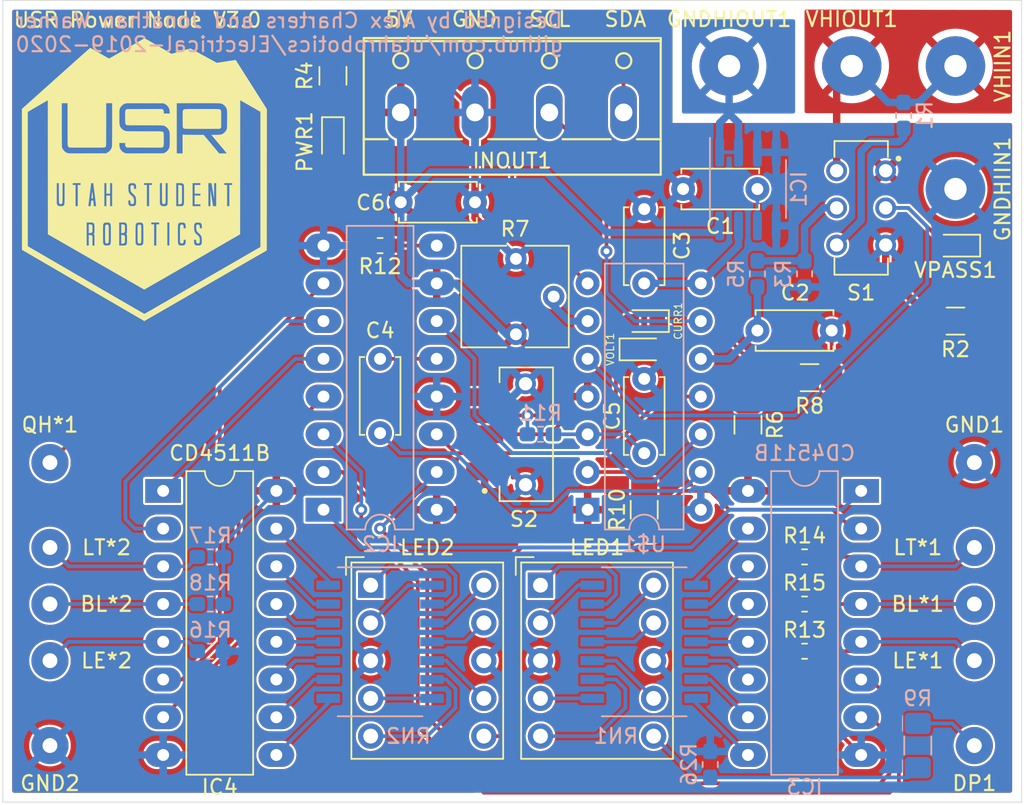
<source format=kicad_pcb>
(kicad_pcb (version 20200119) (host pcbnew "5.99.0-unknown-e9cd9ee~100~ubuntu18.04.1")
  (layers (0 "Top" signal) (31 "Bottom" signal) (34 "B.Paste" user) (35 "F.Paste" user) (36 "B.SilkS" user) (37 "F.SilkS" user) (38 "B.Mask" user) (39 "F.Mask" user) (44 "Edge.Cuts" user))
  (net 0 "")
  (net 1 "/SCL")
  (net 2 "/SDA")
  (net 3 "Net-(C1-Pad1)")
  (net 4 "Net-(R2-Pad2)")
  (net 5 "Net-(DP1-Pad1)")
  (net 6 "Vdd")
  (net 7 "/IMEAS")
  (net 8 "/VMEAS")
  (net 9 "/VPOT")
  (net 10 "/SWITCH")
  (net 11 "/VHI")
  (net 12 "Vss")
  (net 13 "/a1")
  (net 14 "/b1")
  (net 15 "/c1")
  (net 16 "/DP1")
  (net 17 "/d1")
  (net 18 "/e1")
  (net 19 "/f1")
  (net 20 "/g1")
  (net 21 "/a2")
  (net 22 "/b2")
  (net 23 "/c2")
  (net 24 "/DP2")
  (net 25 "/d2")
  (net 26 "/e2")
  (net 27 "/f2")
  (net 28 "/g2")
  (net 29 "/nBL1")
  (net 30 "/nBL2")
  (net 31 "/nLE1")
  (net 32 "/nLT1")
  (net 33 "/nQH")
  (net 34 "/nLE2")
  (net 35 "/nLT2")
  (net 36 "/VMEAS_1")
  (net 37 "Net-(C4-Pad2)")
  (net 38 "Net-(C4-Pad1)")
  (net 39 "Net-(C5-Pad1)")
  (net 40 "Net-(IC2-Pad15)")
  (net 41 "Net-(IC2-Pad7)")
  (net 42 "Net-(IC2-Pad14)")
  (net 43 "Net-(IC2-Pad6)")
  (net 44 "Net-(IC2-Pad5)")
  (net 45 "Net-(IC2-Pad4)")
  (net 46 "Net-(IC2-Pad11)")
  (net 47 "Net-(IC2-Pad3)")
  (net 48 "Net-(IC2-Pad2)")
  (net 49 "Net-(IC2-Pad1)")
  (net 50 "Net-(IC3-Pad15)")
  (net 51 "Net-(IC3-Pad14)")
  (net 52 "Net-(IC3-Pad13)")
  (net 53 "Net-(IC3-Pad12)")
  (net 54 "Net-(IC3-Pad11)")
  (net 55 "Net-(IC3-Pad10)")
  (net 56 "Net-(IC3-Pad9)")
  (net 57 "Net-(IC4-Pad15)")
  (net 58 "Net-(IC4-Pad14)")
  (net 59 "Net-(IC4-Pad13)")
  (net 60 "Net-(IC4-Pad12)")
  (net 61 "Net-(IC4-Pad11)")
  (net 62 "Net-(IC4-Pad10)")
  (net 63 "Net-(IC4-Pad9)")
  (net 64 "Net-(R1-Pad1)")
  (net 65 "Net-(R10-Pad2)")
  (net 66 "Net-(PWR1-Pad1)")
  (net 67 "Net-(R6-Pad1)")
  (net 68 "/GNDHIOUT")
  (net 69 "/VPASS")
  (net 70 "Net-(CURR1-Pad1)")
  (module "PowerNode2:JS202011CQN" (layer "Top") (at 176.53 97.155 -90)
    (fp_text reference "S1" (at 5.715 0) (layer "F.SilkS"))
    (fp_text value "JS202011CQN" hide)
    (pad "1" thru_hole circle (at -2.5 -1.65 90) (size 1.4 1.4) (drill 0.9) (layers *.Cu *.Mask) (net 6 "Vdd"))
    (pad "2" thru_hole circle (at 0 -1.65 90) (size 1.4 1.4) (drill 0.9) (layers *.Cu *.Mask) (net 69 "/VPASS"))
    (pad "3" thru_hole circle (at 2.5 -1.65 90) (size 1.4 1.4) (drill 0.9) (layers *.Cu *.Mask) (net 12 "Vss"))
    (pad "4" thru_hole circle (at -2.5 1.65 90) (size 1.4 1.4) (drill 0.9) (layers *.Cu *.Mask) (net 11 "/VHI"))
    (pad "5" thru_hole circle (at 0 1.65 90) (size 1.4 1.4) (drill 0.9) (layers *.Cu *.Mask) (net 8 "/VMEAS"))
    (pad "6" thru_hole circle (at 2.5 1.65 90) (size 1.4 1.4) (drill 0.9) (layers *.Cu *.Mask) (net 64 "Net-(R1-Pad1)"))
  )
  (module "PowerNode2:JS102011SAQN" (layer "Top") (at 152.185 112.395 90)
    (fp_text reference "S2" (at -5.715 1.647) (layer "F.SilkS"))
    (fp_text value "JS102011SAQN" hide)
    (pad "5" thru_hole circle (at 3.4 1.75 90) (size 1.4 1.4) (drill 0.9) (layers *.Cu *.Mask) (net 12 "Vss"))
    (pad "4" thru_hole circle (at -3.4 1.75 90) (size 1.4 1.4) (drill 0.9) (layers *.Cu *.Mask) (net 12 "Vss"))
    (pad "3" smd rect (at 2.5 -1 90) (size 1.2 2.5) (layers "Top" "F.Paste" "F.Mask") (net 12 "Vss"))
    (pad "2" smd rect (at 0 -1 90) (size 1.2 2.5) (layers "Top" "F.Paste" "F.Mask") (net 10 "/SWITCH"))
    (pad "1" smd rect (at -2.5 -1 90) (size 1.2 2.5) (layers "Top" "F.Paste" "F.Mask") (net 6 "Vdd"))
  )
  (module "Package_DIP:DIP-14_W7.62mm" (layer "Bottom") (at 158.115 117.475)
    (fp_text reference "U$1" (at 3.81 2.33) (layer "B.SilkS") (effects (justify mirror)))
    (fp_text value "ATtiny84-20PU")
    (pad "1" thru_hole rect (at 0 0) (size 1.6 1.6) (drill 0.8) (layers *.Cu *.Mask) (net 6 "Vdd"))
    (pad "8" thru_hole oval (at 7.62 -15.24) (size 1.6 1.6) (drill 0.8) (layers *.Cu *.Mask) (net 7 "/IMEAS"))
    (pad "2" thru_hole oval (at 0 -2.54) (size 1.6 1.6) (drill 0.8) (layers *.Cu *.Mask) (net 65 "Net-(R10-Pad2)"))
    (pad "9" thru_hole oval (at 7.62 -12.7) (size 1.6 1.6) (drill 0.8) (layers *.Cu *.Mask) (net 1 "/SCL"))
    (pad "3" thru_hole oval (at 0 -5.08) (size 1.6 1.6) (drill 0.8) (layers *.Cu *.Mask) (net 39 "Net-(C5-Pad1)"))
    (pad "10" thru_hole oval (at 7.62 -10.16) (size 1.6 1.6) (drill 0.8) (layers *.Cu *.Mask) (net 36 "/VMEAS_1"))
    (pad "4" thru_hole oval (at 0 -7.62) (size 1.6 1.6) (drill 0.8) (layers *.Cu *.Mask) (net 6 "Vdd"))
    (pad "11" thru_hole oval (at 7.62 -7.62) (size 1.6 1.6) (drill 0.8) (layers *.Cu *.Mask) (net 42 "Net-(IC2-Pad14)"))
    (pad "5" thru_hole oval (at 0 -10.16) (size 1.6 1.6) (drill 0.8) (layers *.Cu *.Mask) (net 69 "/VPASS"))
    (pad "12" thru_hole oval (at 7.62 -5.08) (size 1.6 1.6) (drill 0.8) (layers *.Cu *.Mask) (net 46 "Net-(IC2-Pad11)"))
    (pad "6" thru_hole oval (at 0 -12.7) (size 1.6 1.6) (drill 0.8) (layers *.Cu *.Mask) (net 9 "/VPOT"))
    (pad "13" thru_hole oval (at 7.62 -2.54) (size 1.6 1.6) (drill 0.8) (layers *.Cu *.Mask) (net 37 "Net-(C4-Pad2)"))
    (pad "7" thru_hole oval (at 0 -15.24) (size 1.6 1.6) (drill 0.8) (layers *.Cu *.Mask) (net 2 "/SDA"))
    (pad "14" thru_hole oval (at 7.62 0) (size 1.6 1.6) (drill 0.8) (layers *.Cu *.Mask) (net 12 "Vss"))
  )
  (module "LED_SMD:LED_0603_1608Metric_Pad1.05x0.95mm_HandSolder" (layer "Top") (at 161.925 106.68)
    (fp_text reference "VOLT1" (at -2.286 0 90) (layer "F.SilkS") (effects (font (size 0.5 0.5) (thickness 0.075))))
    (fp_text value "LED")
    (pad "2" smd roundrect (at 0.875 0) (size 1.05 0.95) (layers "Top" "F.Paste" "F.Mask") (net 67 "Net-(R6-Pad1)"))
    (pad "1" smd roundrect (at -0.875 0) (size 1.05 0.95) (layers "Top" "F.Paste" "F.Mask") (net 10 "/SWITCH"))
  )
  (module "LED_SMD:LED_0603_1608Metric_Pad1.05x0.95mm_HandSolder" (layer "Top") (at 161.925 104.775 180)
    (fp_text reference "CURR1" (at -2.286 0 90) (layer "F.SilkS") (effects (font (size 0.5 0.5) (thickness 0.075))))
    (fp_text value "LED")
    (pad "2" smd roundrect (at 0.875 0 180) (size 1.05 0.95) (layers "Top" "F.Paste" "F.Mask") (net 10 "/SWITCH"))
    (pad "1" smd roundrect (at -0.875 0 180) (size 1.05 0.95) (layers "Top" "F.Paste" "F.Mask") (net 70 "Net-(CURR1-Pad1)"))
  )
  (module "PowerNode2:SOIC127P762X240-14N" (layer "Bottom") (at 161.925 126.365)
    (fp_text reference "RN1" (at -1.905 6.35) (layer "B.SilkS") (effects (justify mirror)))
    (fp_text value "220")
    (pad "14" smd rect (at 3.495 3.81) (size 1.59 0.61) (layers "Bottom" "B.Paste" "B.Mask") (net 56 "Net-(IC3-Pad9)"))
    (pad "13" smd rect (at 3.495 2.54) (size 1.59 0.61) (layers "Bottom" "B.Paste" "B.Mask") (net 55 "Net-(IC3-Pad10)"))
    (pad "12" smd rect (at 3.495 1.27) (size 1.59 0.61) (layers "Bottom" "B.Paste" "B.Mask") (net 54 "Net-(IC3-Pad11)"))
    (pad "11" smd rect (at 3.495 0) (size 1.59 0.61) (layers "Bottom" "B.Paste" "B.Mask") (net 53 "Net-(IC3-Pad12)"))
    (pad "10" smd rect (at 3.495 -1.27) (size 1.59 0.61) (layers "Bottom" "B.Paste" "B.Mask") (net 52 "Net-(IC3-Pad13)"))
    (pad "9" smd rect (at 3.495 -2.54) (size 1.59 0.61) (layers "Bottom" "B.Paste" "B.Mask") (net 51 "Net-(IC3-Pad14)"))
    (pad "8" smd rect (at 3.495 -3.81) (size 1.59 0.61) (layers "Bottom" "B.Paste" "B.Mask") (net 50 "Net-(IC3-Pad15)"))
    (pad "7" smd rect (at -3.495 -3.81) (size 1.59 0.61) (layers "Bottom" "B.Paste" "B.Mask") (net 19 "/f1"))
    (pad "6" smd rect (at -3.495 -2.54) (size 1.59 0.61) (layers "Bottom" "B.Paste" "B.Mask") (net 20 "/g1"))
    (pad "5" smd rect (at -3.495 -1.27) (size 1.59 0.61) (layers "Bottom" "B.Paste" "B.Mask") (net 13 "/a1"))
    (pad "4" smd rect (at -3.495 0) (size 1.59 0.61) (layers "Bottom" "B.Paste" "B.Mask") (net 14 "/b1"))
    (pad "3" smd rect (at -3.495 1.27) (size 1.59 0.61) (layers "Bottom" "B.Paste" "B.Mask") (net 15 "/c1"))
    (pad "2" smd rect (at -3.495 2.54) (size 1.59 0.61) (layers "Bottom" "B.Paste" "B.Mask") (net 17 "/d1"))
    (pad "1" smd rect (at -3.495 3.81) (size 1.59 0.61) (layers "Bottom" "B.Paste" "B.Mask") (net 18 "/e1"))
  )
  (module "PowerNode2:SOIC127P762X240-14N" (layer "Bottom") (at 144.145 126.365)
    (fp_text reference "RN2" (at 1.905 6.35) (layer "B.SilkS") (effects (justify mirror)))
    (fp_text value "220")
    (pad "14" smd rect (at 3.495 3.81) (size 1.59 0.61) (layers "Bottom" "B.Paste" "B.Mask") (net 26 "/e2"))
    (pad "13" smd rect (at 3.495 2.54) (size 1.59 0.61) (layers "Bottom" "B.Paste" "B.Mask") (net 25 "/d2"))
    (pad "12" smd rect (at 3.495 1.27) (size 1.59 0.61) (layers "Bottom" "B.Paste" "B.Mask") (net 23 "/c2"))
    (pad "11" smd rect (at 3.495 0) (size 1.59 0.61) (layers "Bottom" "B.Paste" "B.Mask") (net 22 "/b2"))
    (pad "10" smd rect (at 3.495 -1.27) (size 1.59 0.61) (layers "Bottom" "B.Paste" "B.Mask") (net 21 "/a2"))
    (pad "9" smd rect (at 3.495 -2.54) (size 1.59 0.61) (layers "Bottom" "B.Paste" "B.Mask") (net 28 "/g2"))
    (pad "8" smd rect (at 3.495 -3.81) (size 1.59 0.61) (layers "Bottom" "B.Paste" "B.Mask") (net 27 "/f2"))
    (pad "7" smd rect (at -3.495 -3.81) (size 1.59 0.61) (layers "Bottom" "B.Paste" "B.Mask") (net 57 "Net-(IC4-Pad15)"))
    (pad "6" smd rect (at -3.495 -2.54) (size 1.59 0.61) (layers "Bottom" "B.Paste" "B.Mask") (net 58 "Net-(IC4-Pad14)"))
    (pad "5" smd rect (at -3.495 -1.27) (size 1.59 0.61) (layers "Bottom" "B.Paste" "B.Mask") (net 59 "Net-(IC4-Pad13)"))
    (pad "4" smd rect (at -3.495 0) (size 1.59 0.61) (layers "Bottom" "B.Paste" "B.Mask") (net 60 "Net-(IC4-Pad12)"))
    (pad "3" smd rect (at -3.495 1.27) (size 1.59 0.61) (layers "Bottom" "B.Paste" "B.Mask") (net 61 "Net-(IC4-Pad11)"))
    (pad "2" smd rect (at -3.495 2.54) (size 1.59 0.61) (layers "Bottom" "B.Paste" "B.Mask") (net 62 "Net-(IC4-Pad10)"))
    (pad "1" smd rect (at -3.495 3.81) (size 1.59 0.61) (layers "Bottom" "B.Paste" "B.Mask") (net 63 "Net-(IC4-Pad9)"))
  )
  (module "PowerNode2:USR" (layer "Top") (at 128.27 95.25)
    (fp_text reference "G***" hide)
    (fp_text value "LOGO" hide)
  )
  (module "Connector_Wire:SolderWirePad_1x01_Drill1.5mm" (layer "Top") (at 175.895 87.601554)
    (fp_text reference "VHIOUT1" (at 0 -3.146554) (layer "F.SilkS"))
    (fp_text value "WIREPAD4,16O1,6" hide)
    (pad "1" thru_hole circle (at 0 0) (size 4.0005 4.0005) (drill 1.50114) (layers *.Cu *.Mask) (net 11 "/VHI"))
  )
  (module "Display_7Segment:Sx39-1xxxxx" (layer "Top") (at 154.94 122.555)
    (fp_text reference "LED1" (at 3.81 -2.54) (layer "F.SilkS"))
    (fp_text value "LTS-4301P")
    (pad "10" thru_hole circle (at 7.62 0) (size 1.7 1.7) (drill 1) (layers *.Cu *.Mask) (net 13 "/a1"))
    (pad "9" thru_hole circle (at 7.62 2.54) (size 1.7 1.7) (drill 1) (layers *.Cu *.Mask) (net 14 "/b1"))
    (pad "8" thru_hole circle (at 7.62 5.08) (size 1.7 1.7) (drill 1) (layers *.Cu *.Mask) (net 12 "Vss"))
    (pad "7" thru_hole circle (at 7.62 7.62) (size 1.7 1.7) (drill 1) (layers *.Cu *.Mask) (net 15 "/c1"))
    (pad "6" thru_hole circle (at 7.62 10.16) (size 1.7 1.7) (drill 1) (layers *.Cu *.Mask) (net 16 "/DP1"))
    (pad "5" thru_hole circle (at 0 10.16) (size 1.7 1.7) (drill 1) (layers *.Cu *.Mask) (net 17 "/d1"))
    (pad "4" thru_hole circle (at 0 7.62) (size 1.7 1.7) (drill 1) (layers *.Cu *.Mask) (net 18 "/e1"))
    (pad "3" thru_hole circle (at 0 5.08) (size 1.7 1.7) (drill 1) (layers *.Cu *.Mask) (net 12 "Vss"))
    (pad "2" thru_hole circle (at 0 2.54) (size 1.7 1.7) (drill 1) (layers *.Cu *.Mask) (net 19 "/f1"))
    (pad "1" thru_hole rect (at 0 0) (size 1.7 1.7) (drill 1) (layers *.Cu *.Mask) (net 20 "/g1"))
  )
  (module "Display_7Segment:Sx39-1xxxxx" (layer "Top") (at 143.51 122.555)
    (fp_text reference "LED2" (at 3.81 -2.54) (layer "F.SilkS"))
    (fp_text value "LTS-4301P")
    (pad "10" thru_hole circle (at 7.62 0) (size 1.7 1.7) (drill 1) (layers *.Cu *.Mask) (net 21 "/a2"))
    (pad "9" thru_hole circle (at 7.62 2.54) (size 1.7 1.7) (drill 1) (layers *.Cu *.Mask) (net 22 "/b2"))
    (pad "8" thru_hole circle (at 7.62 5.08) (size 1.7 1.7) (drill 1) (layers *.Cu *.Mask) (net 12 "Vss"))
    (pad "7" thru_hole circle (at 7.62 7.62) (size 1.7 1.7) (drill 1) (layers *.Cu *.Mask) (net 23 "/c2"))
    (pad "6" thru_hole circle (at 7.62 10.16) (size 1.7 1.7) (drill 1) (layers *.Cu *.Mask) (net 24 "/DP2"))
    (pad "5" thru_hole circle (at 0 10.16) (size 1.7 1.7) (drill 1) (layers *.Cu *.Mask) (net 25 "/d2"))
    (pad "4" thru_hole circle (at 0 7.62) (size 1.7 1.7) (drill 1) (layers *.Cu *.Mask) (net 26 "/e2"))
    (pad "3" thru_hole circle (at 0 5.08) (size 1.7 1.7) (drill 1) (layers *.Cu *.Mask) (net 12 "Vss"))
    (pad "2" thru_hole circle (at 0 2.54) (size 1.7 1.7) (drill 1) (layers *.Cu *.Mask) (net 27 "/f2"))
    (pad "1" thru_hole rect (at 0 0) (size 1.7 1.7) (drill 1) (layers *.Cu *.Mask) (net 28 "/g2"))
  )
  (module "PowerNode2:W237-4" (layer "Top") (at 153.035 90.805)
    (fp_text reference "INOUT1" (at 0 3.175 unlocked) (layer "F.SilkS"))
    (fp_text value "W237-4")
    (fp_text user "SDA" (at 7.62 -6.35 unlocked) (layer "F.SilkS"))
    (fp_text user "SCL" (at 2.54 -6.35 unlocked) (layer "F.SilkS"))
    (fp_text user "GND" (at -2.54 -6.35 unlocked) (layer "F.SilkS"))
    (fp_text user "5V" (at -7.62 -6.35 unlocked) (layer "F.SilkS"))
    (pad "3" thru_hole oval (at 2.5 -0.076 90) (size 3.5814 1.7907) (drill 1.1938) (layers *.Cu *.Mask) (net 1 "/SCL"))
    (pad "4" thru_hole oval (at 7.5 -0.076 90) (size 3.5814 1.7907) (drill 1.1938) (layers *.Cu *.Mask) (net 2 "/SDA"))
    (pad "2" thru_hole oval (at -2.5 -0.076 90) (size 3.5814 1.7907) (drill 1.1938) (layers *.Cu *.Mask) (net 12 "Vss"))
    (pad "1" thru_hole oval (at -7.5 -0.076 90) (size 3.5814 1.7907) (drill 1.1938) (layers *.Cu *.Mask) (net 6 "Vdd"))
  )
  (module "LED_SMD:LED_0603_1608Metric_Pad1.05x0.95mm_HandSolder" (layer "Top") (at 182.88 99.695 180)
    (fp_text reference "VPASS1" (at 0 -1.651) (layer "F.SilkS"))
    (fp_text value "LED")
    (pad "1" smd roundrect (at -0.875 0 180) (size 1.05 0.95) (layers "Top" "F.Paste" "F.Mask") (net 4 "Net-(R2-Pad2)"))
    (pad "2" smd roundrect (at 0.875 0 180) (size 1.05 0.95) (layers "Top" "F.Paste" "F.Mask") (net 69 "/VPASS"))
  )
  (module "Resistor_SMD:R_1206_3216Metric_Pad1.42x1.75mm_HandSolder" (layer "Top") (at 168.91 111.76 -90)
    (fp_text reference "R6" (at 0 -1.82 90) (layer "F.SilkS"))
    (fp_text value "220")
    (pad "2" smd roundrect (at 1.4875 0 270) (size 1.425 1.75) (layers "Top" "F.Paste" "F.Mask") (roundrect_rratio 0.175439) (net 6 "Vdd"))
    (pad "1" smd roundrect (at -1.4875 0 270) (size 1.425 1.75) (layers "Top" "F.Paste" "F.Mask") (roundrect_rratio 0.175439) (net 67 "Net-(R6-Pad1)"))
  )
  (module "LED_SMD:LED_0603_1608Metric_Pad1.05x0.95mm_HandSolder" (layer "Top") (at 140.97 92.71 -90)
    (fp_text reference "PWR1" (at 0 1.905 -270) (layer "F.SilkS"))
    (fp_text value "LED")
    (pad "2" smd roundrect (at 0.875 0 270) (size 1.05 0.95) (layers "Top" "F.Paste" "F.Mask") (net 6 "Vdd"))
    (pad "1" smd roundrect (at -0.875 0 270) (size 1.05 0.95) (layers "Top" "F.Paste" "F.Mask") (net 66 "Net-(PWR1-Pad1)"))
  )
  (module "Resistor_SMD:R_0603_1608Metric_Pad1.05x0.95mm_HandSolder" (layer "Bottom") (at 169.545 101.6 -90)
    (fp_text reference "R5" (at 0 1.43 90) (layer "B.SilkS") (effects (justify mirror)))
    (fp_text value "10k")
    (pad "1" smd roundrect (at -0.875 0 270) (size 1.05 0.95) (layers "Bottom" "B.Paste" "B.Mask") (net 8 "/VMEAS"))
    (pad "2" smd roundrect (at 0.875 0 270) (size 1.05 0.95) (layers "Bottom" "B.Paste" "B.Mask") (net 36 "/VMEAS_1"))
  )
  (module "Resistor_SMD:R_0603_1608Metric_Pad1.05x0.95mm_HandSolder" (layer "Bottom") (at 172.72 101.6 -90)
    (fp_text reference "R3" (at 0 1.43 -90) (layer "B.SilkS") (effects (justify mirror)))
    (fp_text value "10k")
    (pad "1" smd roundrect (at -0.875 0 270) (size 1.05 0.95) (layers "Bottom" "B.Paste" "B.Mask") (net 8 "/VMEAS"))
    (pad "2" smd roundrect (at 0.875 0 270) (size 1.05 0.95) (layers "Bottom" "B.Paste" "B.Mask") (net 12 "Vss"))
  )
  (module "Resistor_SMD:R_1206_3216Metric_Pad1.42x1.75mm_HandSolder" (layer "Top") (at 182.88 104.775)
    (fp_text reference "R2" (at 0 1.905) (layer "F.SilkS"))
    (fp_text value "220")
    (pad "2" smd roundrect (at 1.4875 0) (size 1.425 1.75) (layers "Top" "F.Paste" "F.Mask") (roundrect_rratio 0.175439) (net 4 "Net-(R2-Pad2)"))
    (pad "1" smd roundrect (at -1.4875 0) (size 1.425 1.75) (layers "Top" "F.Paste" "F.Mask") (roundrect_rratio 0.175439) (net 12 "Vss"))
  )
  (module "Resistor_SMD:R_0603_1608Metric_Pad1.05x0.95mm_HandSolder" (layer "Bottom") (at 179.3875 90.932 90)
    (fp_text reference "R1" (at 0 1.43 270) (layer "B.SilkS") (effects (justify mirror)))
    (fp_text value "43k")
    (pad "2" smd roundrect (at 0.875 0 90) (size 1.05 0.95) (layers "Bottom" "B.Paste" "B.Mask") (net 11 "/VHI"))
    (pad "1" smd roundrect (at -0.875 0 90) (size 1.05 0.95) (layers "Bottom" "B.Paste" "B.Mask") (net 64 "Net-(R1-Pad1)"))
  )
  (module "Resistor_SMD:R_0603_1608Metric_Pad1.05x0.95mm_HandSolder" (layer "Bottom") (at 154.94 112.395 180)
    (fp_text reference "R11" (at 0 1.43 180) (layer "B.SilkS") (effects (justify mirror)))
    (fp_text value "10k")
    (pad "2" smd roundrect (at 0.875 0 180) (size 1.05 0.95) (layers "Bottom" "B.Paste" "B.Mask") (net 10 "/SWITCH"))
    (pad "1" smd roundrect (at -0.875 0 180) (size 1.05 0.95) (layers "Bottom" "B.Paste" "B.Mask") (net 39 "Net-(C5-Pad1)"))
  )
  (module "Resistor_SMD:R_0603_1608Metric_Pad1.05x0.95mm_HandSolder" (layer "Bottom") (at 166.37 134.62 -90)
    (fp_text reference "R26" (at 0 1.43 -90) (layer "B.SilkS") (effects (justify mirror)))
    (fp_text value "10k")
    (pad "2" smd roundrect (at 0.875 0 270) (size 1.05 0.95) (layers "Bottom" "B.Paste" "B.Mask") (net 16 "/DP1"))
    (pad "1" smd roundrect (at -0.875 0 270) (size 1.05 0.95) (layers "Bottom" "B.Paste" "B.Mask") (net 12 "Vss"))
  )
  (module "Resistor_SMD:R_0603_1608Metric_Pad1.05x0.95mm_HandSolder" (layer "Top") (at 144.145 99.695)
    (fp_text reference "R12" (at 0 1.397) (layer "F.SilkS"))
    (fp_text value "10k")
    (pad "2" smd roundrect (at 0.875 0) (size 1.05 0.95) (layers "Top" "F.Paste" "F.Mask") (net 33 "/nQH"))
    (pad "1" smd roundrect (at -0.875 0) (size 1.05 0.95) (layers "Top" "F.Paste" "F.Mask") (net 12 "Vss"))
  )
  (module "Resistor_SMD:R_0603_1608Metric_Pad1.05x0.95mm_HandSolder" (layer "Bottom") (at 132.715 127 180)
    (fp_text reference "R16" (at 0 1.43) (layer "B.SilkS") (effects (justify mirror)))
    (fp_text value "10k")
    (pad "2" smd roundrect (at 0.875 0 180) (size 1.05 0.95) (layers "Bottom" "B.Paste" "B.Mask") (net 34 "/nLE2"))
    (pad "1" smd roundrect (at -0.875 0 180) (size 1.05 0.95) (layers "Bottom" "B.Paste" "B.Mask") (net 12 "Vss"))
  )
  (module "Resistor_SMD:R_0603_1608Metric_Pad1.05x0.95mm_HandSolder" (layer "Top") (at 172.72 127)
    (fp_text reference "R13" (at 0 -1.43) (layer "F.SilkS"))
    (fp_text value "10k")
    (pad "2" smd roundrect (at 0.875 0) (size 1.05 0.95) (layers "Top" "F.Paste" "F.Mask") (net 31 "/nLE1"))
    (pad "1" smd roundrect (at -0.875 0) (size 1.05 0.95) (layers "Top" "F.Paste" "F.Mask") (net 12 "Vss"))
  )
  (module "Resistor_SMD:R_0603_1608Metric_Pad1.05x0.95mm_HandSolder" (layer "Bottom") (at 132.715 123.825 180)
    (fp_text reference "R18" (at 0 1.43) (layer "B.SilkS") (effects (justify mirror)))
    (fp_text value "10k")
    (pad "2" smd roundrect (at 0.875 0 180) (size 1.05 0.95) (layers "Bottom" "B.Paste" "B.Mask") (net 30 "/nBL2"))
    (pad "1" smd roundrect (at -0.875 0 180) (size 1.05 0.95) (layers "Bottom" "B.Paste" "B.Mask") (net 6 "Vdd"))
  )
  (module "Resistor_SMD:R_0603_1608Metric_Pad1.05x0.95mm_HandSolder" (layer "Bottom") (at 132.715 120.65 180)
    (fp_text reference "R17" (at 0 1.43) (layer "B.SilkS") (effects (justify mirror)))
    (fp_text value "10k")
    (pad "2" smd roundrect (at 0.875 0 180) (size 1.05 0.95) (layers "Bottom" "B.Paste" "B.Mask") (net 35 "/nLT2"))
    (pad "1" smd roundrect (at -0.875 0 180) (size 1.05 0.95) (layers "Bottom" "B.Paste" "B.Mask") (net 6 "Vdd"))
  )
  (module "Resistor_SMD:R_0603_1608Metric_Pad1.05x0.95mm_HandSolder" (layer "Top") (at 172.72 123.825)
    (fp_text reference "R15" (at 0 -1.43) (layer "F.SilkS"))
    (fp_text value "10k")
    (pad "2" smd roundrect (at 0.875 0) (size 1.05 0.95) (layers "Top" "F.Paste" "F.Mask") (net 29 "/nBL1"))
    (pad "1" smd roundrect (at -0.875 0) (size 1.05 0.95) (layers "Top" "F.Paste" "F.Mask") (net 6 "Vdd"))
  )
  (module "Resistor_SMD:R_0603_1608Metric_Pad1.05x0.95mm_HandSolder" (layer "Top") (at 172.72 120.65)
    (fp_text reference "R14" (at 0 -1.43) (layer "F.SilkS"))
    (fp_text value "10k")
    (pad "2" smd roundrect (at 0.875 0) (size 1.05 0.95) (layers "Top" "F.Paste" "F.Mask") (net 32 "/nLT1"))
    (pad "1" smd roundrect (at -0.875 0) (size 1.05 0.95) (layers "Top" "F.Paste" "F.Mask") (net 6 "Vdd"))
  )
  (module "Resistor_SMD:R_1206_3216Metric_Pad1.42x1.75mm_HandSolder" (layer "Bottom") (at 180.34 133.35 -90)
    (fp_text reference "R9" (at -3.175 0 -180) (layer "B.SilkS") (effects (justify mirror)))
    (fp_text value "220")
    (pad "2" smd roundrect (at 1.4875 0 270) (size 1.425 1.75) (layers "Bottom" "B.Paste" "B.Mask") (roundrect_rratio 0.175439) (net 16 "/DP1"))
    (pad "1" smd roundrect (at -1.4875 0 270) (size 1.425 1.75) (layers "Bottom" "B.Paste" "B.Mask") (roundrect_rratio 0.175439) (net 5 "Net-(DP1-Pad1)"))
  )
  (module "Resistor_SMD:R_1206_3216Metric_Pad1.42x1.75mm_HandSolder" (layer "Top") (at 173.0575 108.585 180)
    (fp_text reference "R8" (at 0 -1.905) (layer "F.SilkS"))
    (fp_text value "220")
    (pad "2" smd roundrect (at 1.4875 0 180) (size 1.425 1.75) (layers "Top" "F.Paste" "F.Mask") (roundrect_rratio 0.175439) (net 70 "Net-(CURR1-Pad1)"))
    (pad "1" smd roundrect (at -1.4875 0 180) (size 1.425 1.75) (layers "Top" "F.Paste" "F.Mask") (roundrect_rratio 0.175439) (net 12 "Vss"))
  )
  (module "Resistor_SMD:R_1206_3216Metric_Pad1.42x1.75mm_HandSolder" (layer "Top") (at 161.925 117.475 90)
    (fp_text reference "R10" (at 0 -1.82 90) (layer "F.SilkS"))
    (fp_text value "220")
    (pad "2" smd roundrect (at 1.4875 0 90) (size 1.425 1.75) (layers "Top" "F.Paste" "F.Mask") (roundrect_rratio 0.175439) (net 65 "Net-(R10-Pad2)"))
    (pad "1" smd roundrect (at -1.4875 0 90) (size 1.425 1.75) (layers "Top" "F.Paste" "F.Mask") (roundrect_rratio 0.175439) (net 24 "/DP2"))
  )
  (module "Resistor_SMD:R_1206_3216Metric_Pad1.42x1.75mm_HandSolder" (layer "Top") (at 140.97 88.265 -90)
    (fp_text reference "R4" (at 0 1.905 -270) (layer "F.SilkS"))
    (fp_text value "220")
    (pad "2" smd roundrect (at 1.4875 0 270) (size 1.425 1.75) (layers "Top" "F.Paste" "F.Mask") (roundrect_rratio 0.175439) (net 66 "Net-(PWR1-Pad1)"))
    (pad "1" smd roundrect (at -1.4875 0 270) (size 1.425 1.75) (layers "Top" "F.Paste" "F.Mask") (roundrect_rratio 0.175439) (net 12 "Vss"))
  )
  (module "Capacitor_THT:C_Disc_D5.0mm_W2.5mm_P5.00mm" (layer "Top") (at 161.925 113.665 90)
    (fp_text reference "C5" (at 2.5 -2.159 90) (layer "F.SilkS"))
    (fp_text value "0.1uF")
    (pad "2" thru_hole circle (at 5 0 90) (size 1.6 1.6) (drill 0.8) (layers *.Cu *.Mask) (net 12 "Vss"))
    (pad "1" thru_hole circle (at 0 0 90) (size 1.6 1.6) (drill 0.8) (layers *.Cu *.Mask) (net 39 "Net-(C5-Pad1)"))
  )
  (module "Capacitor_THT:C_Disc_D5.0mm_W2.5mm_P5.00mm" (layer "Top") (at 161.925 102.235 90)
    (fp_text reference "C3" (at 2.54 2.54 90) (layer "F.SilkS"))
    (fp_text value "0.1uF")
    (pad "2" thru_hole circle (at 5 0 90) (size 1.6 1.6) (drill 0.8) (layers *.Cu *.Mask) (net 12 "Vss"))
    (pad "1" thru_hole circle (at 0 0 90) (size 1.6 1.6) (drill 0.8) (layers *.Cu *.Mask) (net 7 "/IMEAS"))
  )
  (module "Potentiometer_THT:Potentiometer_Vishay_T73YP_Vertical" (layer "Top") (at 153.289 105.664)
    (fp_text reference "R7" (at -0.06 -7.09) (layer "F.SilkS"))
    (fp_text value "100k")
    (pad "3" thru_hole circle (at 0 -5.08) (size 1.44 1.44) (drill 0.8) (layers *.Cu *.Mask) (net 12 "Vss"))
    (pad "2" thru_hole circle (at 2.54 -2.54) (size 1.44 1.44) (drill 0.8) (layers *.Cu *.Mask) (net 9 "/VPOT"))
    (pad "1" thru_hole circle (at 0 0) (size 1.44 1.44) (drill 0.8) (layers *.Cu *.Mask) (net 6 "Vdd"))
  )
  (module "Capacitor_THT:C_Disc_D5.0mm_W2.5mm_P5.00mm" (layer "Top") (at 169.545 105.41)
    (fp_text reference "C2" (at 2.54 -2.54) (layer "F.SilkS"))
    (fp_text value "0.1uF")
    (pad "1" thru_hole circle (at 0 0) (size 1.6 1.6) (drill 0.8) (layers *.Cu *.Mask) (net 36 "/VMEAS_1"))
    (pad "2" thru_hole circle (at 5 0) (size 1.6 1.6) (drill 0.8) (layers *.Cu *.Mask) (net 12 "Vss"))
  )
  (module "Capacitor_THT:C_Disc_D5.0mm_W2.5mm_P5.00mm" (layer "Top") (at 144.145 107.315 -90)
    (fp_text reference "C4" (at -1.905 0 180) (layer "F.SilkS"))
    (fp_text value "0.1uF")
    (pad "2" thru_hole circle (at 5 0 270) (size 1.6 1.6) (drill 0.8) (layers *.Cu *.Mask) (net 37 "Net-(C4-Pad2)"))
    (pad "1" thru_hole circle (at 0 0 270) (size 1.6 1.6) (drill 0.8) (layers *.Cu *.Mask) (net 38 "Net-(C4-Pad1)"))
  )
  (module "Capacitor_THT:C_Disc_D5.0mm_W2.5mm_P5.00mm" (layer "Top") (at 145.535 96.774)
    (fp_text reference "C6" (at -2.025 0.030471) (layer "F.SilkS"))
    (fp_text value "0.1uF")
    (pad "1" thru_hole circle (at 0 0) (size 1.6 1.6) (drill 0.8) (layers *.Cu *.Mask) (net 6 "Vdd"))
    (pad "2" thru_hole circle (at 5 0) (size 1.6 1.6) (drill 0.8) (layers *.Cu *.Mask) (net 12 "Vss"))
  )
  (module "Capacitor_THT:C_Disc_D5.0mm_W2.5mm_P5.00mm" (layer "Top") (at 169.545 95.885 180)
    (fp_text reference "C1" (at 2.5 -2.5) (layer "F.SilkS"))
    (fp_text value "1nF")
    (pad "1" thru_hole circle (at 0 0 180) (size 1.6 1.6) (drill 0.8) (layers *.Cu *.Mask) (net 3 "Net-(C1-Pad1)"))
    (pad "2" thru_hole circle (at 5 0 180) (size 1.6 1.6) (drill 0.8) (layers *.Cu *.Mask) (net 12 "Vss"))
  )
  (module "Connector_Wire:SolderWirePad_1x01_Drill1mm" (layer "Top") (at 121.92 120.015)
    (fp_text reference "LT*2" (at 3.81 0) (layer "F.SilkS"))
    (fp_text value "2,54_0,9" hide)
    (pad "1" thru_hole circle (at 0 0) (size 2.49936 2.49936) (drill 1.00076) (layers *.Cu *.Mask) (net 35 "/nLT2"))
  )
  (module "Connector_Wire:SolderWirePad_1x01_Drill1mm" (layer "Top") (at 184.15 120.015)
    (fp_text reference "LT*1" (at -3.81 0) (layer "F.SilkS"))
    (fp_text value "2,54_0,9" hide)
    (pad "1" thru_hole circle (at 0 0) (size 2.49936 2.49936) (drill 1.00076) (layers *.Cu *.Mask) (net 32 "/nLT1"))
  )
  (module "Connector_Wire:SolderWirePad_1x01_Drill1mm" (layer "Top") (at 121.92 127.635)
    (fp_text reference "LE*2" (at 3.81 0) (layer "F.SilkS"))
    (fp_text value "2,54_0,9" hide)
    (pad "1" thru_hole circle (at 0 0) (size 2.49936 2.49936) (drill 1.00076) (layers *.Cu *.Mask) (net 34 "/nLE2"))
  )
  (module "Connector_Wire:SolderWirePad_1x01_Drill1mm" (layer "Top") (at 184.15 127.635)
    (fp_text reference "LE*1" (at -3.81 0) (layer "F.SilkS"))
    (fp_text value "2,54_0,9" hide)
    (pad "1" thru_hole circle (at 0 0) (size 2.49936 2.49936) (drill 1.00076) (layers *.Cu *.Mask) (net 31 "/nLE1"))
  )
  (module "Connector_Wire:SolderWirePad_1x01_Drill1mm" (layer "Top") (at 121.92 123.825)
    (fp_text reference "BL*2" (at 3.81 0) (layer "F.SilkS"))
    (fp_text value "2,54_0,9" hide)
    (pad "1" thru_hole circle (at 0 0) (size 2.49936 2.49936) (drill 1.00076) (layers *.Cu *.Mask) (net 30 "/nBL2"))
  )
  (module "Connector_Wire:SolderWirePad_1x01_Drill1mm" (layer "Top") (at 184.15 123.825)
    (fp_text reference "BL*1" (at -3.81 0) (layer "F.SilkS"))
    (fp_text value "2,54_0,9" hide)
    (pad "1" thru_hole circle (at 0 0) (size 2.49936 2.49936) (drill 1.00076) (layers *.Cu *.Mask) (net 29 "/nBL1"))
  )
  (module "Connector_Wire:SolderWirePad_1x01_Drill1mm" (layer "Top") (at 121.92 114.3)
    (fp_text reference "QH*1" (at 0 -2.54) (layer "F.SilkS"))
    (fp_text value "2,54_0,9" hide)
    (pad "1" thru_hole circle (at 0 0) (size 2.49936 2.49936) (drill 1.00076) (layers *.Cu *.Mask) (net 33 "/nQH"))
  )
  (module "Connector_Wire:SolderWirePad_1x01_Drill1mm" (layer "Top") (at 184.15 133.35)
    (fp_text reference "DP1" (at 0 2.54) (layer "F.SilkS"))
    (fp_text value "2,54_0,9")
    (pad "1" thru_hole circle (at 0 0) (size 2.49936 2.49936) (drill 1.00076) (layers *.Cu *.Mask) (net 5 "Net-(DP1-Pad1)"))
  )
  (module "Connector_Wire:SolderWirePad_1x01_Drill1.5mm" (layer "Top") (at 167.64 87.601554)
    (fp_text reference "GNDHIOUT1" (at 0 -3.146554) (layer "F.SilkS"))
    (fp_text value "WIREPAD4,16O1,6" hide)
    (pad "1" thru_hole circle (at 0 0) (size 4.0005 4.0005) (drill 1.50114) (layers *.Cu *.Mask) (net 68 "/GNDHIOUT"))
  )
  (module "Connector_Wire:SolderWirePad_1x01_Drill1.5mm" (layer "Top") (at 182.88 87.601554)
    (fp_text reference "VHIIN1" (at 3.175 0 90) (layer "F.SilkS"))
    (fp_text value "WIREPAD4,16O1,6" hide)
    (pad "1" thru_hole circle (at 0 0) (size 4.0005 4.0005) (drill 1.50114) (layers *.Cu *.Mask) (net 11 "/VHI"))
  )
  (module "Connector_Wire:SolderWirePad_1x01_Drill1.5mm" (layer "Top") (at 182.88 95.885)
    (fp_text reference "GNDHIIN1" (at 3.175 -0.000554 90) (layer "F.SilkS"))
    (fp_text value "WIREPAD4,16O1,6" hide)
    (pad "1" thru_hole circle (at 0 0) (size 4.0005 4.0005) (drill 1.50114) (layers *.Cu *.Mask) (net 12 "Vss"))
  )
  (module "Connector_Wire:SolderWirePad_1x01_Drill1mm" (layer "Top") (at 121.92 133.35)
    (fp_text reference "GND2" (at 0 2.54) (layer "F.SilkS"))
    (fp_text value "2,15_1,0")
    (pad "1" thru_hole circle (at 0 0) (size 2.49936 2.49936) (drill 1.00076) (layers *.Cu *.Mask) (net 12 "Vss"))
  )
  (module "Connector_Wire:SolderWirePad_1x01_Drill1mm" (layer "Top") (at 184.15 114.3)
    (fp_text reference "GND1" (at 0 -2.54) (layer "F.SilkS"))
    (fp_text value "2,15_1,0" hide)
    (pad "1" thru_hole circle (at 0 0) (size 2.49936 2.49936) (drill 1.00076) (layers *.Cu *.Mask) (net 12 "Vss"))
  )
  (module "Package_DIP:DIP-16_W7.62mm_LongPads" (layer "Top") (at 129.54 116.205)
    (fp_text reference "IC4" (at 3.81 19.939) (layer "F.SilkS"))
    (fp_text value "CD4511B" (at 3.81 -2.54 180) (layer "F.SilkS"))
    (pad "1" thru_hole rect (at 0 0) (size 2.4 1.6) (drill 0.8) (layers *.Cu *.Mask) (net 44 "Net-(IC2-Pad5)"))
    (pad "9" thru_hole oval (at 7.62 17.78) (size 2.4 1.6) (drill 0.8) (layers *.Cu *.Mask) (net 63 "Net-(IC4-Pad9)"))
    (pad "2" thru_hole oval (at 0 2.54) (size 2.4 1.6) (drill 0.8) (layers *.Cu *.Mask) (net 43 "Net-(IC2-Pad6)"))
    (pad "10" thru_hole oval (at 7.62 15.24) (size 2.4 1.6) (drill 0.8) (layers *.Cu *.Mask) (net 62 "Net-(IC4-Pad10)"))
    (pad "3" thru_hole oval (at 0 5.08) (size 2.4 1.6) (drill 0.8) (layers *.Cu *.Mask) (net 35 "/nLT2"))
    (pad "11" thru_hole oval (at 7.62 12.7) (size 2.4 1.6) (drill 0.8) (layers *.Cu *.Mask) (net 61 "Net-(IC4-Pad11)"))
    (pad "4" thru_hole oval (at 0 7.62) (size 2.4 1.6) (drill 0.8) (layers *.Cu *.Mask) (net 30 "/nBL2"))
    (pad "12" thru_hole oval (at 7.62 10.16) (size 2.4 1.6) (drill 0.8) (layers *.Cu *.Mask) (net 60 "Net-(IC4-Pad12)"))
    (pad "5" thru_hole oval (at 0 10.16) (size 2.4 1.6) (drill 0.8) (layers *.Cu *.Mask) (net 34 "/nLE2"))
    (pad "13" thru_hole oval (at 7.62 7.62) (size 2.4 1.6) (drill 0.8) (layers *.Cu *.Mask) (net 59 "Net-(IC4-Pad13)"))
    (pad "6" thru_hole oval (at 0 12.7) (size 2.4 1.6) (drill 0.8) (layers *.Cu *.Mask) (net 41 "Net-(IC2-Pad7)"))
    (pad "14" thru_hole oval (at 7.62 5.08) (size 2.4 1.6) (drill 0.8) (layers *.Cu *.Mask) (net 58 "Net-(IC4-Pad14)"))
    (pad "7" thru_hole oval (at 0 15.24) (size 2.4 1.6) (drill 0.8) (layers *.Cu *.Mask) (net 45 "Net-(IC2-Pad4)"))
    (pad "15" thru_hole oval (at 7.62 2.54) (size 2.4 1.6) (drill 0.8) (layers *.Cu *.Mask) (net 57 "Net-(IC4-Pad15)"))
    (pad "8" thru_hole oval (at 0 17.78) (size 2.4 1.6) (drill 0.8) (layers *.Cu *.Mask) (net 12 "Vss"))
    (pad "16" thru_hole oval (at 7.62 0) (size 2.4 1.6) (drill 0.8) (layers *.Cu *.Mask) (net 6 "Vdd"))
  )
  (module "Package_DIP:DIP-16_W7.62mm_LongPads" (layer "Bottom") (at 140.335 117.475)
    (fp_text reference "IC2" (at 3.81 2.33) (layer "B.SilkS") (effects (justify mirror)))
    (fp_text value "74HC594N")
    (pad "1" thru_hole rect (at 0 0) (size 2.4 1.6) (drill 0.8) (layers *.Cu *.Mask) (net 49 "Net-(IC2-Pad1)"))
    (pad "9" thru_hole oval (at 7.62 -17.78) (size 2.4 1.6) (drill 0.8) (layers *.Cu *.Mask) (net 33 "/nQH"))
    (pad "2" thru_hole oval (at 0 -2.54) (size 2.4 1.6) (drill 0.8) (layers *.Cu *.Mask) (net 48 "Net-(IC2-Pad2)"))
    (pad "10" thru_hole oval (at 7.62 -15.24) (size 2.4 1.6) (drill 0.8) (layers *.Cu *.Mask) (net 6 "Vdd"))
    (pad "3" thru_hole oval (at 0 -5.08) (size 2.4 1.6) (drill 0.8) (layers *.Cu *.Mask) (net 47 "Net-(IC2-Pad3)"))
    (pad "11" thru_hole oval (at 7.62 -12.7) (size 2.4 1.6) (drill 0.8) (layers *.Cu *.Mask) (net 46 "Net-(IC2-Pad11)"))
    (pad "4" thru_hole oval (at 0 -7.62) (size 2.4 1.6) (drill 0.8) (layers *.Cu *.Mask) (net 45 "Net-(IC2-Pad4)"))
    (pad "12" thru_hole oval (at 7.62 -10.16) (size 2.4 1.6) (drill 0.8) (layers *.Cu *.Mask) (net 38 "Net-(C4-Pad1)"))
    (pad "5" thru_hole oval (at 0 -10.16) (size 2.4 1.6) (drill 0.8) (layers *.Cu *.Mask) (net 44 "Net-(IC2-Pad5)"))
    (pad "13" thru_hole oval (at 7.62 -7.62) (size 2.4 1.6) (drill 0.8) (layers *.Cu *.Mask) (net 12 "Vss"))
    (pad "6" thru_hole oval (at 0 -12.7) (size 2.4 1.6) (drill 0.8) (layers *.Cu *.Mask) (net 43 "Net-(IC2-Pad6)"))
    (pad "14" thru_hole oval (at 7.62 -5.08) (size 2.4 1.6) (drill 0.8) (layers *.Cu *.Mask) (net 42 "Net-(IC2-Pad14)"))
    (pad "7" thru_hole oval (at 0 -15.24) (size 2.4 1.6) (drill 0.8) (layers *.Cu *.Mask) (net 41 "Net-(IC2-Pad7)"))
    (pad "15" thru_hole oval (at 7.62 -2.54) (size 2.4 1.6) (drill 0.8) (layers *.Cu *.Mask) (net 40 "Net-(IC2-Pad15)"))
    (pad "8" thru_hole oval (at 0 -17.78) (size 2.4 1.6) (drill 0.8) (layers *.Cu *.Mask) (net 12 "Vss"))
    (pad "16" thru_hole oval (at 7.62 0) (size 2.4 1.6) (drill 0.8) (layers *.Cu *.Mask) (net 6 "Vdd"))
  )
  (module "Package_DIP:DIP-16_W7.62mm_LongPads" (layer "Bottom") (at 176.53 116.205 180)
    (fp_text reference "IC3" (at 3.81 -19.939) (layer "B.SilkS") (effects (justify mirror)))
    (fp_text value "CD4511B" (at 3.81 2.54 180) (layer "B.SilkS") (effects (justify mirror)))
    (pad "16" thru_hole oval (at 7.62 0 180) (size 2.4 1.6) (drill 0.8) (layers *.Cu *.Mask) (net 6 "Vdd"))
    (pad "8" thru_hole oval (at 0 -17.78 180) (size 2.4 1.6) (drill 0.8) (layers *.Cu *.Mask) (net 12 "Vss"))
    (pad "15" thru_hole oval (at 7.62 -2.54 180) (size 2.4 1.6) (drill 0.8) (layers *.Cu *.Mask) (net 50 "Net-(IC3-Pad15)"))
    (pad "7" thru_hole oval (at 0 -15.24 180) (size 2.4 1.6) (drill 0.8) (layers *.Cu *.Mask) (net 40 "Net-(IC2-Pad15)"))
    (pad "14" thru_hole oval (at 7.62 -5.08 180) (size 2.4 1.6) (drill 0.8) (layers *.Cu *.Mask) (net 51 "Net-(IC3-Pad14)"))
    (pad "6" thru_hole oval (at 0 -12.7 180) (size 2.4 1.6) (drill 0.8) (layers *.Cu *.Mask) (net 47 "Net-(IC2-Pad3)"))
    (pad "13" thru_hole oval (at 7.62 -7.62 180) (size 2.4 1.6) (drill 0.8) (layers *.Cu *.Mask) (net 52 "Net-(IC3-Pad13)"))
    (pad "5" thru_hole oval (at 0 -10.16 180) (size 2.4 1.6) (drill 0.8) (layers *.Cu *.Mask) (net 31 "/nLE1"))
    (pad "12" thru_hole oval (at 7.62 -10.16 180) (size 2.4 1.6) (drill 0.8) (layers *.Cu *.Mask) (net 53 "Net-(IC3-Pad12)"))
    (pad "4" thru_hole oval (at 0 -7.62 180) (size 2.4 1.6) (drill 0.8) (layers *.Cu *.Mask) (net 29 "/nBL1"))
    (pad "11" thru_hole oval (at 7.62 -12.7 180) (size 2.4 1.6) (drill 0.8) (layers *.Cu *.Mask) (net 54 "Net-(IC3-Pad11)"))
    (pad "3" thru_hole oval (at 0 -5.08 180) (size 2.4 1.6) (drill 0.8) (layers *.Cu *.Mask) (net 32 "/nLT1"))
    (pad "10" thru_hole oval (at 7.62 -15.24 180) (size 2.4 1.6) (drill 0.8) (layers *.Cu *.Mask) (net 55 "Net-(IC3-Pad10)"))
    (pad "2" thru_hole oval (at 0 -2.54 180) (size 2.4 1.6) (drill 0.8) (layers *.Cu *.Mask) (net 48 "Net-(IC2-Pad2)"))
    (pad "9" thru_hole oval (at 7.62 -17.78 180) (size 2.4 1.6) (drill 0.8) (layers *.Cu *.Mask) (net 56 "Net-(IC3-Pad9)"))
    (pad "1" thru_hole rect (at 0 0 180) (size 2.4 1.6) (drill 0.8) (layers *.Cu *.Mask) (net 49 "Net-(IC2-Pad1)"))
  )
  (module "Package_SO:SOIC-8_3.9x4.9mm_P1.27mm" (layer "Bottom") (at 168.91 95.885 -90)
    (fp_text reference "IC1" (at 0 -3.429 -270) (layer "B.SilkS") (effects (justify mirror)))
    (fp_text value "ACS712xLCTR-30A")
    (pad "8" smd roundrect (at 2.475 1.905 270) (size 1.95 0.6) (layers "Bottom" "B.Paste" "B.Mask") (net 6 "Vdd"))
    (pad "7" smd roundrect (at 2.475 0.635 270) (size 1.95 0.6) (layers "Bottom" "B.Paste" "B.Mask") (net 7 "/IMEAS"))
    (pad "6" smd roundrect (at 2.475 -0.635 270) (size 1.95 0.6) (layers "Bottom" "B.Paste" "B.Mask") (net 3 "Net-(C1-Pad1)"))
    (pad "5" smd roundrect (at 2.475 -1.905 270) (size 1.95 0.6) (layers "Bottom" "B.Paste" "B.Mask") (net 12 "Vss"))
    (pad "4" smd roundrect (at -2.475 -1.905 270) (size 1.95 0.6) (layers "Bottom" "B.Paste" "B.Mask") (net 12 "Vss"))
    (pad "3" smd roundrect (at -2.475 -0.635 270) (size 1.95 0.6) (layers "Bottom" "B.Paste" "B.Mask") (net 12 "Vss"))
    (pad "2" smd roundrect (at -2.475 0.635 270) (size 1.95 0.6) (layers "Bottom" "B.Paste" "B.Mask") (net 68 "/GNDHIOUT"))
    (pad "1" smd roundrect (at -2.475 1.905 270) (size 1.95 0.6) (layers "Bottom" "B.Paste" "B.Mask") (net 68 "/GNDHIOUT"))
  )
  (gr_text "Designed by Alex Charters and Jonathan Warner\ngithub.com/utahrobotics/Electrical-2019-2020" (at 119.507 85.344) (layer "B.SilkS") (effects (font (size 1 1)) (justify right mirror)))
  (gr_line (start 187.325 83.185) (end 118.745 83.185) (layer "Edge.Cuts") (width 0.05))
  (gr_line (start 187.325 137.16) (end 187.325 83.185) (layer "Edge.Cuts") (width 0.05))
  (gr_line (start 118.745 137.16) (end 187.325 137.16) (layer "Edge.Cuts") (width 0.05))
  (gr_line (start 118.745 83.185) (end 118.745 137.16) (layer "Edge.Cuts") (width 0.05))
  (gr_text "USR Power Node V3.0" (at 119.38 85.09) (layer "F.SilkS") (effects (font (size 1 1)) (justify left bottom)))
  (segment (start 154.065 111.125) (end 156.845 111.125) (width 0.25) (layer "Top") (net 10))
  (segment (start 154.065 111.125) (end 152.455 111.125) (width 0.25) (layer "Top") (net 10))
  (segment (start 152.455 111.125) (end 151.185 112.395) (width 0.25) (layer "Top") (net 10))
  (segment (start 154.065 112.395) (end 154.065 111.125) (width 0.25) (layer "Bottom") (net 10))
  (via (at 154.065 111.125) (size 0.8) (drill 0.4) (layers "Top" "Bottom") (net 10))
  (segment (start 158.115 112.395) (end 155.815 112.395) (width 0.25) (layer "Bottom") (net 39))
  (segment (start 153.035 113.665) (end 150.495 111.125) (width 0.25) (layer "Bottom") (net 46))
  (segment (start 162.56 115.57) (end 161.29 115.57) (width 0.25) (layer "Bottom") (net 46))
  (segment (start 159.385 113.665) (end 153.035 113.665) (width 0.25) (layer "Bottom") (net 46))
  (segment (start 161.29 115.57) (end 159.385 113.665) (width 0.25) (layer "Bottom") (net 46))
  (segment (start 150.495 111.125) (end 150.495 107.315) (width 0.25) (layer "Bottom") (net 46))
  (segment (start 165.735 112.395) (end 162.56 115.57) (width 0.25) (layer "Bottom") (net 46))
  (segment (start 150.495 107.315) (end 147.955 104.775) (width 0.25) (layer "Bottom") (net 46))
  (segment (start 167.64 106.045) (end 170.18 108.585) (width 0.25) (layer "Top") (net 70))
  (segment (start 170.18 108.585) (end 171.57 108.585) (width 0.25) (layer "Top") (net 70))
  (segment (start 164.465 106.045) (end 167.64 106.045) (width 0.25) (layer "Top") (net 70))
  (segment (start 163.195 104.775) (end 164.465 106.045) (width 0.25) (layer "Top") (net 70))
  (segment (start 162.8 104.775) (end 163.195 104.775) (width 0.25) (layer "Top") (net 70))
  (segment (start 167.64 108.585) (end 164.705 108.585) (width 0.25) (layer "Top") (net 67))
  (segment (start 164.705 108.585) (end 162.8 106.68) (width 0.25) (layer "Top") (net 67))
  (segment (start 168.91 109.855) (end 167.64 108.585) (width 0.25) (layer "Top") (net 67))
  (segment (start 168.91 110.2725) (end 168.91 109.855) (width 0.25) (layer "Top") (net 67))
  (segment (start 156.845 111.125) (end 155.575 112.395) (width 0.25) (layer "Top") (net 10))
  (segment (start 161.05 106.92) (end 160.02 107.95) (width 0.25) (layer "Top") (net 10))
  (segment (start 158.75 111.125) (end 156.845 111.125) (width 0.25) (layer "Top") (net 10))
  (segment (start 155.575 112.395) (end 151.185 112.395) (width 0.25) (layer "Top") (net 10))
  (segment (start 160.02 109.855) (end 158.75 111.125) (width 0.25) (layer "Top") (net 10))
  (segment (start 160.02 107.95) (end 160.02 109.855) (width 0.25) (layer "Top") (net 10))
  (segment (start 161.05 106.68) (end 161.05 106.92) (width 0.25) (layer "Top") (net 10))
  (segment (start 161.05 104.775) (end 161.05 106.68) (width 0.25) (layer "Top") (net 10))
  (segment (start 163.195 109.855) (end 159.385 113.665) (width 0.25) (layer "Top") (net 42))
  (segment (start 149.225 113.665) (end 147.955 112.395) (width 0.25) (layer "Top") (net 42))
  (segment (start 165.735 109.855) (end 163.195 109.855) (width 0.25) (layer "Top") (net 42))
  (segment (start 159.385 113.665) (end 149.225 113.665) (width 0.25) (layer "Top") (net 42))
  (segment (start 158.115 112.395) (end 160.655 112.395) (width 0.25) (layer "Bottom") (net 39))
  (segment (start 160.655 112.395) (end 161.925 113.665) (width 0.25) (layer "Bottom") (net 39))
  (segment (start 158.115 114.935) (end 160.8725 114.935) (width 0.25) (layer "Top") (net 65))
  (segment (start 160.8725 114.935) (end 161.925 115.9875) (width 0.25) (layer "Top") (net 65))
  (segment (start 164.465 116.205) (end 163.195 117.475) (width 0.25) (layer "Top") (net 48))
  (segment (start 166.37 116.205) (end 164.465 116.205) (width 0.25) (layer "Top") (net 48))
  (segment (start 161.29 117.475) (end 159.385 119.38) (width 0.25) (layer "Top") (net 48))
  (segment (start 167.64 117.475) (end 166.37 116.205) (width 0.25) (layer "Top") (net 48))
  (segment (start 174.625 117.475) (end 167.64 117.475) (width 0.25) (layer "Top") (net 48))
  (segment (start 176.53 118.745) (end 175.895 118.745) (width 0.25) (layer "Top") (net 48))
  (segment (start 141.605 114.935) (end 140.335 114.935) (width 0.25) (layer "Top") (net 48))
  (segment (start 175.895 118.745) (end 174.625 117.475) (width 0.25) (layer "Top") (net 48))
  (segment (start 163.195 117.475) (end 161.29 117.475) (width 0.25) (layer "Top") (net 48))
  (segment (start 159.385 119.38) (end 146.05 119.38) (width 0.25) (layer "Top") (net 48))
  (segment (start 146.05 119.38) (end 141.605 114.935) (width 0.25) (layer "Top") (net 48))
  (segment (start 152.4 132.715) (end 153.035 132.08) (width 0.25) (layer "Top") (net 24))
  (segment (start 151.13 132.715) (end 152.4 132.715) (width 0.25) (layer "Top") (net 24))
  (segment (start 153.035 132.08) (end 153.035 120.65) (width 0.25) (layer "Top") (net 24))
  (segment (start 153.035 120.65) (end 153.67 120.015) (width 0.25) (layer "Top") (net 24))
  (segment (start 153.67 120.015) (end 160.8725 120.015) (width 0.25) (layer "Top") (net 24))
  (segment (start 160.8725 120.015) (end 161.925 118.9625) (width 0.25) (layer "Top") (net 24))
  (segment (start 153.035 117.475) (end 149.225 113.665) (width 0.25) (layer "Bottom") (net 37))
  (segment (start 155.575 117.475) (end 153.035 117.475) (width 0.25) (layer "Bottom") (net 37))
  (segment (start 156.21 116.84) (end 155.575 117.475) (width 0.25) (layer "Bottom") (net 37))
  (segment (start 156.845 116.205) (end 156.21 116.84) (width 0.25) (layer "Bottom") (net 37))
  (segment (start 157.48 116.205) (end 156.845 116.205) (width 0.25) (layer "Bottom") (net 37))
  (segment (start 148.59 113.665) (end 149.225 113.665) (width 0.25) (layer "Bottom") (net 37))
  (segment (start 145.495 113.665) (end 148.59 113.665) (width 0.25) (layer "Bottom") (net 37))
  (segment (start 164.465 116.205) (end 157.48 116.205) (width 0.25) (layer "Bottom") (net 37))
  (segment (start 151.185 109.895) (end 153.035 109.895) (width 0.5) (layer "Top") (net 12))
  (segment (start 153.035 109.895) (end 153.935 108.995) (width 0.5) (layer "Top") (net 12))
  (segment (start 169.545 98.36) (end 169.545 95.885) (width 0.25) (layer "Bottom") (net 3))
  (segment (start 159.385 100.076) (end 159.385 102.87) (width 0.25) (layer "Bottom") (net 1))
  (segment (start 159.385 94.579) (end 159.385 100.076) (width 0.25) (layer "Top") (net 1))
  (via (at 159.385 100.076) (size 0.8) (drill 0.4) (layers "Top" "Bottom") (net 1))
  (segment (start 155.535 90.729) (end 159.385 94.579) (width 0.25) (layer "Top") (net 1))
  (segment (start 161.29 104.775) (end 159.385 102.87) (width 0.25) (layer "Bottom") (net 1))
  (segment (start 165.735 104.775) (end 161.29 104.775) (width 0.25) (layer "Bottom") (net 1))
  (segment (start 165.735 102.235) (end 161.925 102.235) (width 0.5) (layer "Bottom") (net 7))
  (segment (start 140.97 89.7525) (end 140.97 91.835) (width 0.25) (layer "Top") (net 66))
  (segment (start 150.535 90.729) (end 146.5835 86.7775) (width 0.25) (layer "Top") (net 12))
  (segment (start 146.5835 86.7775) (end 140.97 86.7775) (width 0.25) (layer "Top") (net 12))
  (segment (start 127.635 118.745) (end 127 118.11) (width 0.25) (layer "Bottom") (net 43))
  (segment (start 129.54 118.745) (end 127.635 118.745) (width 0.25) (layer "Bottom") (net 43))
  (segment (start 127 118.11) (end 127 115.57) (width 0.25) (layer "Bottom") (net 43))
  (segment (start 127 115.57) (end 137.795 104.775) (width 0.25) (layer "Bottom") (net 43))
  (segment (start 137.795 104.775) (end 140.335 104.775) (width 0.25) (layer "Bottom") (net 43))
  (segment (start 140.335 107.315) (end 138.43 107.315) (width 0.25) (layer "Bottom") (net 44))
  (segment (start 138.43 107.315) (end 129.54 116.205) (width 0.25) (layer "Bottom") (net 44))
  (segment (start 130.81 128.905) (end 133.35 126.365) (width 0.25) (layer "Top") (net 41))
  (segment (start 129.54 128.905) (end 130.81 128.905) (width 0.25) (layer "Top") (net 41))
  (segment (start 133.35 126.365) (end 133.35 109.22) (width 0.25) (layer "Top") (net 41))
  (segment (start 133.35 109.22) (end 140.335 102.235) (width 0.25) (layer "Top") (net 41))
  (segment (start 134.62 115.57) (end 134.62 126.365) (width 0.25) (layer "Top") (net 45))
  (segment (start 140.335 109.855) (end 134.62 115.57) (width 0.25) (layer "Top") (net 45))
  (segment (start 134.62 126.365) (end 129.54 131.445) (width 0.25) (layer "Top") (net 45))
  (segment (start 147.955 102.235) (end 149.225 102.235) (width 0.5) (layer "Bottom") (net 6))
  (segment (start 149.225 102.235) (end 153.035 106.045) (width 0.5) (layer "Bottom") (net 6))
  (segment (start 145.535 101.72) (end 146.05 102.235) (width 0.5) (layer "Bottom") (net 6))
  (segment (start 146.05 102.235) (end 147.955 102.235) (width 0.5) (layer "Bottom") (net 6))
  (segment (start 179.3875 90.057) (end 180.424554 90.057) (width 0.5) (layer "Bottom") (net 11))
  (segment (start 180.424554 90.057) (end 182.88 87.601554) (width 0.5) (layer "Bottom") (net 11))
  (segment (start 165.735 102.235) (end 168.275 99.695) (width 0.5) (layer "Bottom") (net 7))
  (segment (start 168.275 99.695) (end 168.275 98.36) (width 0.5) (layer "Bottom") (net 7))
  (segment (start 165.735 107.315) (end 167.64 107.315) (width 0.5) (layer "Bottom") (net 36))
  (segment (start 167.64 107.315) (end 168.275 106.68) (width 0.5) (layer "Bottom") (net 36))
  (segment (start 165.735 104.775) (end 165.1 104.775) (width 0.25) (layer "Top") (net 1))
  (segment (start 153.035 97.155) (end 153.035 88.9) (width 0.25) (layer "Top") (net 2))
  (segment (start 154.94 86.995) (end 158.75 86.995) (width 0.25) (layer "Top") (net 2))
  (segment (start 158.115 102.235) (end 153.035 97.155) (width 0.25) (layer "Top") (net 2))
  (segment (start 153.035 88.9) (end 154.94 86.995) (width 0.25) (layer "Top") (net 2))
  (segment (start 160.535 88.78) (end 160.535 90.729) (width 0.25) (layer "Top") (net 2))
  (segment (start 158.75 86.995) (end 160.535 88.78) (width 0.25) (layer "Top") (net 2))
  (segment (start 166.37 135.495) (end 179.6825 135.495) (width 0.25) (layer "Bottom") (net 16))
  (segment (start 179.6825 135.495) (end 180.34 134.8375) (width 0.25) (layer "Bottom") (net 16))
  (segment (start 162.56 132.715) (end 165.34 135.495) (width 0.25) (layer "Bottom") (net 16))
  (segment (start 165.34 135.495) (end 166.37 135.495) (width 0.25) (layer "Bottom") (net 16))
  (segment (start 158.115 104.775) (end 156.845 104.775) (width 0.5) (layer "Bottom") (net 9))
  (segment (start 156.845 104.775) (end 155.575 103.505) (width 0.5) (layer "Bottom") (net 9))
  (segment (start 180.34 131.8625) (end 182.6625 131.8625) (width 0.25) (layer "Bottom") (net 5))
  (segment (start 182.6625 131.8625) (end 184.15 133.35) (width 0.25) (layer "Bottom") (net 5))
  (segment (start 145.535 90.729) (end 145.535 92.105471) (width 0.5) (layer "Bottom") (net 6))
  (segment (start 168.275 106.68) (end 169.545 105.41) (width 0.5) (layer "Bottom") (net 36))
  (segment (start 169.545 102.475) (end 169.545 105.41) (width 0.5) (layer "Bottom") (net 36))
  (segment (start 167.005 93.41) (end 167.005 91.44) (width 0.5) (layer "Bottom") (net 68))
  (segment (start 167.005 91.44) (end 167.64 90.805) (width 0.5) (layer "Bottom") (net 68))
  (segment (start 168.275 93.41) (end 168.275 91.44) (width 0.5) (layer "Bottom") (net 68))
  (segment (start 168.275 91.44) (end 167.64 90.805) (width 0.5) (layer "Bottom") (net 68))
  (segment (start 167.64 90.805) (end 167.64 87.601554) (width 0.5) (layer "Bottom") (net 68))
  (segment (start 169.545 93.41) (end 170.815 93.41) (width 0.25) (layer "Bottom") (net 12))
  (segment (start 167.005 93.41) (end 168.275 93.41) (width 0.25) (layer "Bottom") (net 68))
  (segment (start 165.42 130.175) (end 165.42 130.495) (width 0.25) (layer "Bottom") (net 56))
  (segment (start 165.42 130.495) (end 168.91 133.985) (width 0.25) (layer "Bottom") (net 56))
  (segment (start 165.42 128.905) (end 166.37 128.905) (width 0.25) (layer "Bottom") (net 55))
  (segment (start 166.37 128.905) (end 168.91 131.445) (width 0.25) (layer "Bottom") (net 55))
  (segment (start 165.42 127.635) (end 167.64 127.635) (width 0.25) (layer "Bottom") (net 54))
  (segment (start 167.64 127.635) (end 168.91 128.905) (width 0.25) (layer "Bottom") (net 54))
  (segment (start 165.42 126.365) (end 168.91 126.365) (width 0.25) (layer "Bottom") (net 53))
  (segment (start 165.42 125.095) (end 167.64 125.095) (width 0.25) (layer "Bottom") (net 52))
  (segment (start 167.64 125.095) (end 168.91 123.825) (width 0.25) (layer "Bottom") (net 52))
  (segment (start 165.42 123.825) (end 166.37 123.825) (width 0.25) (layer "Bottom") (net 51))
  (segment (start 166.37 123.825) (end 168.91 121.285) (width 0.25) (layer "Bottom") (net 51))
  (segment (start 165.42 122.555) (end 165.42 122.235) (width 0.25) (layer "Bottom") (net 50))
  (segment (start 165.42 122.235) (end 168.91 118.745) (width 0.25) (layer "Bottom") (net 50))
  (segment (start 158.43 130.175) (end 154.94 130.175) (width 0.25) (layer "Bottom") (net 18))
  (segment (start 160.655 130.81) (end 158.75 132.715) (width 0.25) (layer "Bottom") (net 17))
  (segment (start 160.655 129.54) (end 160.655 130.81) (width 0.25) (layer "Bottom") (net 17))
  (segment (start 158.75 132.715) (end 154.94 132.715) (width 0.25) (layer "Bottom") (net 17))
  (segment (start 158.43 128.905) (end 160.02 128.905) (width 0.25) (layer "Bottom") (net 17))
  (segment (start 160.02 128.905) (end 160.655 129.54) (width 0.25) (layer "Bottom") (net 17))
  (segment (start 158.43 127.635) (end 160.02 127.635) (width 0.25) (layer "Bottom") (net 15))
  (segment (start 160.02 127.635) (end 162.56 130.175) (width 0.25) (layer "Bottom") (net 15))
  (segment (start 158.43 126.365) (end 161.29 126.365) (width 0.25) (layer "Bottom") (net 14))
  (segment (start 161.29 126.365) (end 162.56 125.095) (width 0.25) (layer "Bottom") (net 14))
  (segment (start 160.02 125.095) (end 162.56 122.555) (width 0.25) (layer "Bottom") (net 13))
  (segment (start 158.43 125.095) (end 160.02 125.095) (width 0.25) (layer "Bottom") (net 13))
  (segment (start 159.385 123.825) (end 160.02 123.19) (width 0.25) (layer "Bottom") (net 20))
  (segment (start 160.02 123.19) (end 160.02 121.92) (width 0.25) (layer "Bottom") (net 20))
  (segment (start 158.43 123.825) (end 159.385 123.825) (width 0.25) (layer "Bottom") (net 20))
  (segment (start 156.21 121.285) (end 154.94 122.555) (width 0.25) (layer "Bottom") (net 20))
  (segment (start 160.02 121.92) (end 159.385 121.285) (width 0.25) (layer "Bottom") (net 20))
  (segment (start 159.385 121.285) (end 156.21 121.285) (width 0.25) (layer "Bottom") (net 20))
  (segment (start 157.48 122.555) (end 154.94 125.095) (width 0.25) (layer "Bottom") (net 19))
  (segment (start 158.43 122.555) (end 157.48 122.555) (width 0.25) (layer "Bottom") (net 19))
  (segment (start 140.65 130.175) (end 140.65 130.495) (width 0.25) (layer "Bottom") (net 63))
  (segment (start 140.65 130.495) (end 137.16 133.985) (width 0.25) (layer "Bottom") (net 63))
  (segment (start 140.65 128.905) (end 139.7 128.905) (width 0.25) (layer "Bottom") (net 62))
  (segment (start 139.7 128.905) (end 137.16 131.445) (width 0.25) (layer "Bottom") (net 62))
  (segment (start 140.65 122.555) (end 140.65 122.235) (width 0.25) (layer "Bottom") (net 57))
  (segment (start 140.65 122.235) (end 137.16 118.745) (width 0.25) (layer "Bottom") (net 57))
  (segment (start 139.7 123.825) (end 137.16 121.285) (width 0.25) (layer "Bottom") (net 58))
  (segment (start 140.65 123.825) (end 139.7 123.825) (width 0.25) (layer "Bottom") (net 58))
  (segment (start 140.65 125.095) (end 138.43 125.095) (width 0.25) (layer "Bottom") (net 59))
  (segment (start 138.43 125.095) (end 137.16 123.825) (width 0.25) (layer "Bottom") (net 59))
  (segment (start 140.65 127.635) (end 138.43 127.635) (width 0.25) (layer "Bottom") (net 61))
  (segment (start 138.43 127.635) (end 137.16 128.905) (width 0.25) (layer "Bottom") (net 61))
  (segment (start 140.65 126.365) (end 137.16 126.365) (width 0.25) (layer "Bottom") (net 60))
  (segment (start 148.59 121.285) (end 144.78 121.285) (width 0.25) (layer "Bottom") (net 28))
  (segment (start 144.78 121.285) (end 143.51 122.555) (width 0.25) (layer "Bottom") (net 28))
  (segment (start 149.225 121.92) (end 148.59 121.285) (width 0.25) (layer "Bottom") (net 28))
  (segment (start 149.225 123.19) (end 149.225 121.92) (width 0.25) (layer "Bottom") (net 28))
  (segment (start 148.59 123.825) (end 149.225 123.19) (width 0.25) (layer "Bottom") (net 28))
  (segment (start 147.64 123.825) (end 148.59 123.825) (width 0.25) (layer "Bottom") (net 28))
  (segment (start 147.64 122.555) (end 146.05 122.555) (width 0.25) (layer "Bottom") (net 27))
  (segment (start 146.05 122.555) (end 143.51 125.095) (width 0.25) (layer "Bottom") (net 27))
  (segment (start 147.64 125.095) (end 148.59 125.095) (width 0.25) (layer "Bottom") (net 21))
  (segment (start 148.59 125.095) (end 151.13 122.555) (width 0.25) (layer "Bottom") (net 21))
  (segment (start 147.64 126.365) (end 149.86 126.365) (width 0.25) (layer "Bottom") (net 22))
  (segment (start 149.86 126.365) (end 151.13 125.095) (width 0.25) (layer "Bottom") (net 22))
  (segment (start 147.64 130.175) (end 143.51 130.175) (width 0.25) (layer "Bottom") (net 26))
  (segment (start 147.32 132.715) (end 143.51 132.715) (width 0.25) (layer "Bottom") (net 25))
  (segment (start 149.225 130.81) (end 147.32 132.715) (width 0.25) (layer "Bottom") (net 25))
  (segment (start 149.225 129.54) (end 149.225 130.81) (width 0.25) (layer "Bottom") (net 25))
  (segment (start 148.59 128.905) (end 149.225 129.54) (width 0.25) (layer "Bottom") (net 25))
  (segment (start 147.64 128.905) (end 148.59 128.905) (width 0.25) (layer "Bottom") (net 25))
  (segment (start 147.64 127.635) (end 148.59 127.635) (width 0.25) (layer "Bottom") (net 23))
  (segment (start 148.59 127.635) (end 151.13 130.175) (width 0.25) (layer "Bottom") (net 23))
  (segment (start 179.07 123.825) (end 184.15 123.825) (width 0.25) (layer "Bottom") (net 29))
  (segment (start 182.88 121.285) (end 184.15 120.015) (width 0.25) (layer "Bottom") (net 32))
  (segment (start 179.07 121.285) (end 182.88 121.285) (width 0.25) (layer "Bottom") (net 32))
  (segment (start 182.88 126.365) (end 184.15 127.635) (width 0.25) (layer "Bottom") (net 31))
  (segment (start 179.07 126.365) (end 182.88 126.365) (width 0.25) (layer "Bottom") (net 31))
  (segment (start 123.19 121.285) (end 121.92 120.015) (width 0.25) (layer "Bottom") (net 35))
  (segment (start 127 121.285) (end 123.19 121.285) (width 0.25) (layer "Bottom") (net 35))
  (segment (start 123.19 126.365) (end 121.92 127.635) (width 0.25) (layer "Bottom") (net 34))
  (segment (start 127 126.365) (end 123.19 126.365) (width 0.25) (layer "Bottom") (net 34))
  (segment (start 127 123.825) (end 121.92 123.825) (width 0.25) (layer "Bottom") (net 30))
  (segment (start 131.84 123.825) (end 129.54 123.825) (width 0.25) (layer "Bottom") (net 30))
  (segment (start 131.205 121.285) (end 131.84 120.65) (width 0.25) (layer "Bottom") (net 35))
  (segment (start 129.54 121.285) (end 131.205 121.285) (width 0.25) (layer "Bottom") (net 35))
  (segment (start 131.205 126.365) (end 131.84 127) (width 0.25) (layer "Bottom") (net 34))
  (segment (start 129.54 126.365) (end 131.205 126.365) (width 0.25) (layer "Bottom") (net 34))
  (segment (start 175.895 127) (end 176.53 126.365) (width 0.25) (layer "Top") (net 31))
  (segment (start 173.595 127) (end 175.895 127) (width 0.25) (layer "Top") (net 31))
  (segment (start 175.895 120.65) (end 176.53 121.285) (width 0.25) (layer "Top") (net 32))
  (segment (start 173.595 120.65) (end 175.895 120.65) (width 0.25) (layer "Top") (net 32))
  (segment (start 173.595 123.825) (end 176.53 123.825) (width 0.25) (layer "Top") (net 29))
  (segment (start 133.59 119.775) (end 137.16 116.205) (width 0.25) (layer "Bottom") (net 6))
  (segment (start 133.59 120.65) (end 133.59 119.775) (width 0.25) (layer "Bottom") (net 6))
  (segment (start 133.59 123.825) (end 133.59 120.65) (width 0.25) (layer "Bottom") (net 6))
  (segment (start 171.845 129.3) (end 176.53 133.985) (width 0.25) (layer "Top") (net 12))
  (segment (start 171.845 127) (end 171.845 129.3) (width 0.25) (layer "Top") (net 12))
  (segment (start 127 121.285) (end 129.54 121.285) (width 0.25) (layer "Bottom") (net 35))
  (segment (start 127 123.825) (end 129.54 123.825) (width 0.25) (layer "Bottom") (net 30))
  (segment (start 127 126.365) (end 129.54 126.365) (width 0.25) (layer "Bottom") (net 34))
  (segment (start 179.07 126.365) (end 176.53 126.365) (width 0.25) (layer "Bottom") (net 31))
  (segment (start 179.07 123.825) (end 176.53 123.825) (width 0.25) (layer "Bottom") (net 29))
  (segment (start 179.07 121.285) (end 176.53 121.285) (width 0.25) (layer "Bottom") (net 32))
  (segment (start 143.27 99.695) (end 140.335 99.695) (width 0.25) (layer "Top") (net 12))
  (segment (start 145.02 99.695) (end 147.955 99.695) (width 0.25) (layer "Top") (net 33))
  (segment (start 145.02 99.695) (end 145.02 99.3) (width 0.25) (layer "Top") (net 33))
  (segment (start 145.02 99.3) (end 143.51 97.79) (width 0.25) (layer "Top") (net 33))
  (segment (start 138.43 97.79) (end 121.92 114.3) (width 0.25) (layer "Top") (net 33))
  (segment (start 143.51 97.79) (end 138.43 97.79) (width 0.25) (layer "Top") (net 33))
  (segment (start 140.335 117.475) (end 142.875 120.015) (width 0.25) (layer "Bottom") (net 49))
  (segment (start 142.875 120.015) (end 165.1 120.015) (width 0.25) (layer "Bottom") (net 49))
  (segment (start 165.1 120.015) (end 167.64 117.475) (width 0.25) (layer "Bottom") (net 49))
  (segment (start 175.26 117.475) (end 176.53 116.205) (width 0.25) (layer "Bottom") (net 49))
  (segment (start 167.64 117.475) (end 175.26 117.475) (width 0.25) (layer "Bottom") (net 49))
  (via (at 144.145 118.745) (size 0.8) (drill 0.4) (layers "Top" "Bottom") (net 40))
  (segment (start 147.955 114.935) (end 144.145 118.745) (width 0.25) (layer "Bottom") (net 40))
  (segment (start 147.32 121.92) (end 144.145 118.745) (width 0.25) (layer "Top") (net 40))
  (segment (start 147.32 131.445) (end 147.32 121.92) (width 0.25) (layer "Top") (net 40))
  (segment (start 177.165 131.445) (end 178.435 132.715) (width 0.25) (layer "Top") (net 40))
  (segment (start 176.53 131.445) (end 177.165 131.445) (width 0.25) (layer "Top") (net 40))
  (segment (start 178.435 135.255) (end 177.8 135.89) (width 0.25) (layer "Top") (net 40))
  (segment (start 151.765 135.89) (end 147.32 131.445) (width 0.25) (layer "Top") (net 40))
  (segment (start 178.435 132.715) (end 178.435 135.255) (width 0.25) (layer "Top") (net 40))
  (segment (start 177.8 135.89) (end 151.765 135.89) (width 0.25) (layer "Top") (net 40))
  (via (at 142.875 117.475) (size 0.8) (drill 0.4) (layers "Top" "Bottom") (net 47))
  (segment (start 140.335 112.395) (end 142.875 114.935) (width 0.25) (layer "Bottom") (net 47))
  (segment (start 142.875 114.935) (end 142.875 117.475) (width 0.25) (layer "Bottom") (net 47))
  (segment (start 143.51 120.015) (end 142.875 119.38) (width 0.25) (layer "Top") (net 47))
  (segment (start 146.685 122.287554) (end 144.412446 120.015) (width 0.25) (layer "Top") (net 47))
  (segment (start 146.685 132.08) (end 146.685 122.287554) (width 0.25) (layer "Top") (net 47))
  (segment (start 177.165 128.905) (end 179.07 130.81) (width 0.25) (layer "Top") (net 47))
  (segment (start 142.875 119.38) (end 142.875 117.475) (width 0.25) (layer "Top") (net 47))
  (segment (start 144.412446 120.015) (end 143.51 120.015) (width 0.25) (layer "Top") (net 47))
  (segment (start 176.53 128.905) (end 177.165 128.905) (width 0.25) (layer "Top") (net 47))
  (segment (start 178.435 136.525) (end 151.13 136.525) (width 0.25) (layer "Top") (net 47))
  (segment (start 179.07 135.89) (end 178.435 136.525) (width 0.25) (layer "Top") (net 47))
  (segment (start 179.07 130.81) (end 179.07 135.89) (width 0.25) (layer "Top") (net 47))
  (segment (start 151.13 136.525) (end 146.685 132.08) (width 0.25) (layer "Top") (net 47))
  (segment (start 147.955 107.315) (end 144.145 107.315) (width 0.25) (layer "Top") (net 38))
  (segment (start 165.735 114.935) (end 164.465 116.205) (width 0.25) (layer "Bottom") (net 37))
  (segment (start 145.495 113.665) (end 144.145 112.315) (width 0.25) (layer "Bottom") (net 37))
  (segment (start 174.545 108.585) (end 174.545 105.41) (width 0.25) (layer "Top") (net 12))
  (segment (start 147.567 94.742) (end 145.535 96.774) (width 0.5) (layer "Bottom") (net 6))
  (segment (start 155.321 94.742) (end 147.567 94.742) (width 0.5) (layer "Bottom") (net 6))
  (segment (start 167.005 98.36) (end 166.559 98.806) (width 0.5) (layer "Bottom") (net 6))
  (segment (start 166.559 98.806) (end 159.385 98.806) (width 0.5) (layer "Bottom") (net 6))
  (segment (start 159.385 98.806) (end 155.321 94.742) (width 0.5) (layer "Bottom") (net 6))
  (segment (start 145.535 101.72) (end 145.535 96.774) (width 0.5) (layer "Bottom") (net 6))
  (segment (start 145.535 96.774) (end 145.535 90.729) (width 0.5) (layer "Bottom") (net 6))
  (segment (start 150.535 90.729) (end 150.535 96.774) (width 0.5) (layer "Top") (net 12))
  (segment (start 150.535 97.83) (end 153.289 100.584) (width 0.5) (layer "Top") (net 12))
  (segment (start 150.535 96.774) (end 150.535 97.83) (width 0.5) (layer "Top") (net 12))
  (segment (start 174.88 88.616554) (end 175.895 87.601554) (width 0.5) (layer "Top") (net 11))
  (segment (start 174.88 94.655) (end 174.88 88.616554) (width 0.5) (layer "Top") (net 11))
  (segment (start 169.545 100.725) (end 172.72 100.725) (width 0.5) (layer "Bottom") (net 8))
  (segment (start 180.975 102.235) (end 180.975 98.425) (width 0.25) (layer "Bottom") (net 69))
  (segment (start 179.705 97.155) (end 178.18 97.155) (width 0.25) (layer "Bottom") (net 69))
  (segment (start 180.975 98.425) (end 179.705 97.155) (width 0.25) (layer "Bottom") (net 69))
  (segment (start 172.085 111.125) (end 180.975 102.235) (width 0.25) (layer "Bottom") (net 69))
  (segment (start 158.115 107.315) (end 161.925 111.125) (width 0.25) (layer "Bottom") (net 69))
  (segment (start 161.925 111.125) (end 172.085 111.125) (width 0.25) (layer "Bottom") (net 69))
  (segment (start 182.005 99.455) (end 182.005 99.695) (width 0.25) (layer "Top") (net 69))
  (segment (start 178.18 97.155) (end 179.705 97.155) (width 0.25) (layer "Top") (net 69))
  (segment (start 179.705 97.155) (end 182.005 99.455) (width 0.25) (layer "Top") (net 69))
  (segment (start 174.88 97.155) (end 173.99 97.155) (width 0.5) (layer "Bottom") (net 8))
  (segment (start 172.72 98.425) (end 172.72 100.725) (width 0.5) (layer "Bottom") (net 8))
  (segment (start 173.99 97.155) (end 172.72 98.425) (width 0.5) (layer "Bottom") (net 8))
  (segment (start 178.18 101.5625) (end 181.3925 104.775) (width 0.5) (layer "Top") (net 12))
  (segment (start 178.18 99.655) (end 178.18 101.5625) (width 0.5) (layer "Top") (net 12))
  (segment (start 178.350446 90.057) (end 175.895 87.601554) (width 0.5) (layer "Bottom") (net 11))
  (segment (start 184.3675 100.3075) (end 183.755 99.695) (width 0.5) (layer "Top") (net 4))
  (segment (start 184.3675 104.775) (end 184.3675 100.3075) (width 0.5) (layer "Top") (net 4))
  (segment (start 179.3875 90.057) (end 178.350446 90.057) (width 0.5) (layer "Bottom") (net 11))
  (segment (start 174.88 99.655) (end 176.53 98.005) (width 0.5) (layer "Bottom") (net 64))
  (segment (start 179.3875 91.807) (end 179.3875 92.3925) (width 0.5) (layer "Bottom") (net 64))
  (segment (start 179.3875 92.3925) (end 179.07 92.71) (width 0.5) (layer "Bottom") (net 64))
  (segment (start 179.07 92.71) (end 177.165 92.71) (width 0.5) (layer "Bottom") (net 64))
  (segment (start 176.53 93.345) (end 176.53 98.005) (width 0.5) (layer "Bottom") (net 64))
  (segment (start 177.165 92.71) (end 176.53 93.345) (width 0.5) (layer "Bottom") (net 64))
  (zone (net 0) (net_name "") (layer "Bottom") (connect_pads (clearance 0.000001)) (min_thickness 0.254)
    (keepout (tracks allowed) (vias not_allowed) (copperpour not_allowed))
    (fill (thermal_gap 0.508) (thermal_bridge_width 0.508))
    (polygon (pts (xy 186.69 90.805) (xy 172.72 90.776554) (xy 172.72 83.805777) (xy 186.69 83.834223)))
  )
  (zone (net 11) (net_name "/VHI") (layer "Top") (connect_pads (clearance 0.000001)) (min_thickness 0.254) (fill yes (thermal_gap 0.508) (thermal_bridge_width 0.508))
    (polygon (pts (xy 186.69 90.805) (xy 172.72 90.776554) (xy 172.72 83.805777) (xy 186.69 83.834223)))
  )
  (zone (net 68) (net_name "/GNDHIOUT") (layer "Bottom") (connect_pads (clearance 0.000001)) (min_thickness 0.254) (fill yes (thermal_gap 0.508) (thermal_bridge_width 0.508))
    (polygon (pts (xy 172.085 90.805) (xy 164.465 90.805) (xy 164.465 84.455) (xy 172.085 84.455)))
  )
  (zone (net 12) (net_name "Vss") (layer "Bottom") (connect_pads (clearance 0.000001)) (min_thickness 0.254) (fill yes (thermal_gap 0.508) (thermal_bridge_width 0.508))
    (polygon (pts (xy 163.83 91.44) (xy 186.69 91.44) (xy 186.69 136.525) (xy 119.38 136.525) (xy 119.38 83.82) (xy 163.83 83.82)))
  )
  (zone (net 6) (net_name "Vdd") (layer "Top") (connect_pads (clearance 0.000001)) (min_thickness 0.254) (fill yes (thermal_gap 0.508) (thermal_bridge_width 0.508))
    (polygon (pts (xy 163.83 91.44) (xy 186.69 91.44) (xy 186.69 136.525) (xy 119.38 136.525) (xy 119.38 83.82) (xy 163.83 83.82)))
  )
)
</source>
